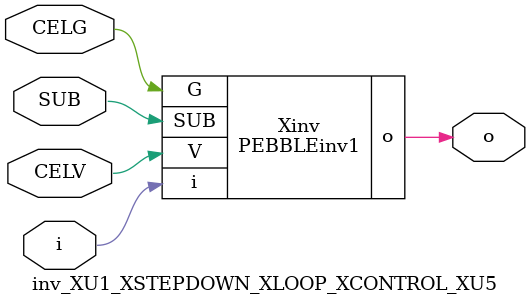
<source format=v>



module PEBBLEinv1 ( o, G, SUB, V, i );

  input V;
  input i;
  input G;
  output o;
  input SUB;
endmodule

//Celera Confidential Do Not Copy inv_XU1_XSTEPDOWN_XLOOP_XCONTROL_XU5
//Celera Confidential Symbol Generator
//5V Inverter
module inv_XU1_XSTEPDOWN_XLOOP_XCONTROL_XU5 (CELV,CELG,i,o,SUB);
input CELV;
input CELG;
input i;
input SUB;
output o;

//Celera Confidential Do Not Copy inv
PEBBLEinv1 Xinv(
.V (CELV),
.i (i),
.o (o),
.SUB (SUB),
.G (CELG)
);
//,diesize,PEBBLEinv1

//Celera Confidential Do Not Copy Module End
//Celera Schematic Generator
endmodule

</source>
